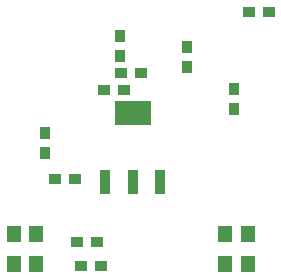
<source format=gbr>
G04 DipTrace 2.4.0.2*
%INTopPaste.gbr*%
%MOIN*%
%ADD42R,0.0393X0.0354*%
%ADD46R,0.0472X0.0551*%
%ADD48R,0.124X0.0806*%
%ADD50R,0.0334X0.0806*%
%ADD52R,0.0354X0.0393*%
%FSLAX44Y44*%
G04*
G70*
G90*
G75*
G01*
%LNTopPaste*%
%LPD*%
D52*
X6430Y9210D3*
Y9879D3*
D50*
X8454Y8268D3*
X9360D3*
X10266D3*
D48*
X9360Y10552D3*
D46*
X5400Y6520D3*
X6148D3*
X12450D3*
X13198D3*
D42*
X9630Y11880D3*
X8961D3*
D46*
X12446Y5520D3*
X13194D3*
X5400D3*
X6148D3*
D52*
X12740Y10680D3*
Y11349D3*
D42*
X8420Y11330D3*
X9089D3*
D52*
X8940Y13110D3*
Y12441D3*
D42*
X6760Y8340D3*
X7429D3*
D52*
X11190Y12080D3*
Y12749D3*
D42*
X7510Y6240D3*
X8179D3*
X7650Y5470D3*
X8319D3*
X13235Y13930D3*
X13905D3*
M02*

</source>
